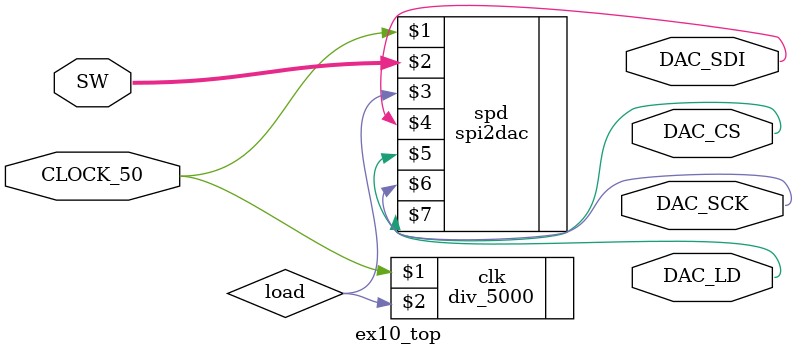
<source format=v>
module ex10_top (CLOCK_50, DAC_CS, DAC_SDI, DAC_LD, DAC_SCK, SW);


input CLOCK_50 ;
input [9:0] SW;
output DAC_CS ;
output DAC_SDI ;
output DAC_LD ;
output DAC_SCK ;
wire load;

div_5000 clk (CLOCK_50, load);


spi2dac spd(CLOCK_50 , SW, load, DAC_SDI, DAC_CS, DAC_SCK, DAC_LD);



endmodule
</source>
